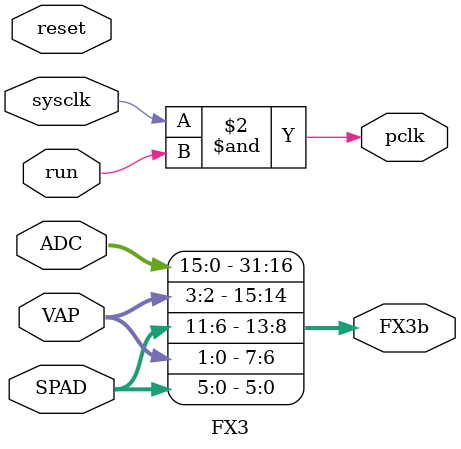
<source format=v>
`timescale 1ns / 1ps


module FX3(
    input reset,
    input run,
    input sysclk,
    input [11:0] SPAD,
    input [3:0] VAP,
    input [15:0] ADC,
    output [31:0] FX3b,
    output pclk
    );
    
    wire enable;
    
    assign enable = ~reset;
    
    assign FX3b[15:14] = VAP[3:2];
    assign FX3b[13:8] = SPAD[11:6];
    assign FX3b[7:6] = VAP[1:0];
    assign FX3b[5:0] = SPAD[5:0];
    assign FX3b[31:16] = ADC[15:0];
    
    assign pclk = sysclk & run;
    
    
endmodule

</source>
